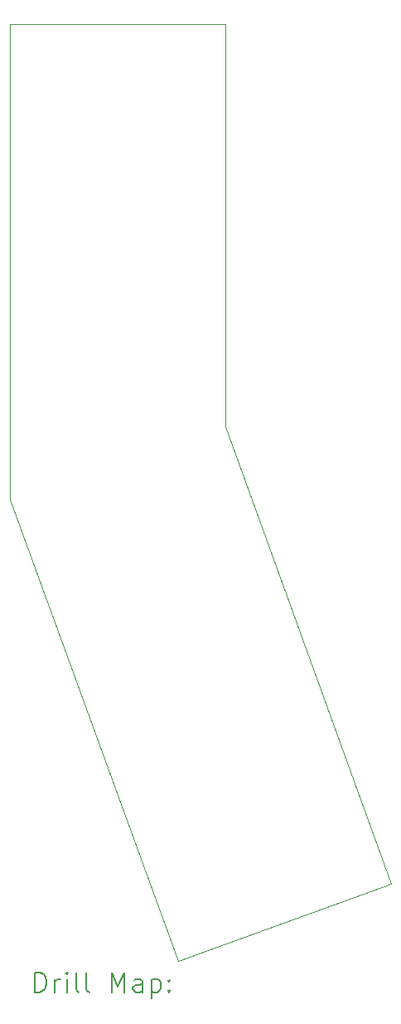
<source format=gbr>
%TF.GenerationSoftware,KiCad,Pcbnew,8.0.3*%
%TF.CreationDate,2024-06-29T10:36:16+02:00*%
%TF.ProjectId,adapter 8913-8910 Angle L,61646170-7465-4722-9038-3931332d3839,1.0a*%
%TF.SameCoordinates,Original*%
%TF.FileFunction,Drillmap*%
%TF.FilePolarity,Positive*%
%FSLAX45Y45*%
G04 Gerber Fmt 4.5, Leading zero omitted, Abs format (unit mm)*
G04 Created by KiCad (PCBNEW 8.0.3) date 2024-06-29 10:36:16*
%MOMM*%
%LPD*%
G01*
G04 APERTURE LIST*
%ADD10C,0.100000*%
%ADD11C,0.200000*%
G04 APERTURE END LIST*
D10*
X10860884Y-2303955D02*
X10860884Y-6404641D01*
X8660884Y-7153955D02*
X8660884Y-2303955D01*
X10380000Y-11860000D02*
X12557500Y-11067797D01*
X10380000Y-11860000D02*
X8660884Y-7153955D01*
X8660884Y-2303955D02*
X10860884Y-2303955D01*
X12557500Y-11067797D02*
X10860884Y-6404641D01*
D11*
X8916661Y-12176484D02*
X8916661Y-11976484D01*
X8916661Y-11976484D02*
X8964280Y-11976484D01*
X8964280Y-11976484D02*
X8992851Y-11986008D01*
X8992851Y-11986008D02*
X9011899Y-12005055D01*
X9011899Y-12005055D02*
X9021423Y-12024103D01*
X9021423Y-12024103D02*
X9030947Y-12062198D01*
X9030947Y-12062198D02*
X9030947Y-12090769D01*
X9030947Y-12090769D02*
X9021423Y-12128865D01*
X9021423Y-12128865D02*
X9011899Y-12147912D01*
X9011899Y-12147912D02*
X8992851Y-12166960D01*
X8992851Y-12166960D02*
X8964280Y-12176484D01*
X8964280Y-12176484D02*
X8916661Y-12176484D01*
X9116661Y-12176484D02*
X9116661Y-12043150D01*
X9116661Y-12081246D02*
X9126185Y-12062198D01*
X9126185Y-12062198D02*
X9135708Y-12052674D01*
X9135708Y-12052674D02*
X9154756Y-12043150D01*
X9154756Y-12043150D02*
X9173804Y-12043150D01*
X9240470Y-12176484D02*
X9240470Y-12043150D01*
X9240470Y-11976484D02*
X9230947Y-11986008D01*
X9230947Y-11986008D02*
X9240470Y-11995531D01*
X9240470Y-11995531D02*
X9249994Y-11986008D01*
X9249994Y-11986008D02*
X9240470Y-11976484D01*
X9240470Y-11976484D02*
X9240470Y-11995531D01*
X9364280Y-12176484D02*
X9345232Y-12166960D01*
X9345232Y-12166960D02*
X9335708Y-12147912D01*
X9335708Y-12147912D02*
X9335708Y-11976484D01*
X9469042Y-12176484D02*
X9449994Y-12166960D01*
X9449994Y-12166960D02*
X9440470Y-12147912D01*
X9440470Y-12147912D02*
X9440470Y-11976484D01*
X9697613Y-12176484D02*
X9697613Y-11976484D01*
X9697613Y-11976484D02*
X9764280Y-12119341D01*
X9764280Y-12119341D02*
X9830947Y-11976484D01*
X9830947Y-11976484D02*
X9830947Y-12176484D01*
X10011899Y-12176484D02*
X10011899Y-12071722D01*
X10011899Y-12071722D02*
X10002375Y-12052674D01*
X10002375Y-12052674D02*
X9983328Y-12043150D01*
X9983328Y-12043150D02*
X9945232Y-12043150D01*
X9945232Y-12043150D02*
X9926185Y-12052674D01*
X10011899Y-12166960D02*
X9992851Y-12176484D01*
X9992851Y-12176484D02*
X9945232Y-12176484D01*
X9945232Y-12176484D02*
X9926185Y-12166960D01*
X9926185Y-12166960D02*
X9916661Y-12147912D01*
X9916661Y-12147912D02*
X9916661Y-12128865D01*
X9916661Y-12128865D02*
X9926185Y-12109817D01*
X9926185Y-12109817D02*
X9945232Y-12100293D01*
X9945232Y-12100293D02*
X9992851Y-12100293D01*
X9992851Y-12100293D02*
X10011899Y-12090769D01*
X10107137Y-12043150D02*
X10107137Y-12243150D01*
X10107137Y-12052674D02*
X10126185Y-12043150D01*
X10126185Y-12043150D02*
X10164280Y-12043150D01*
X10164280Y-12043150D02*
X10183328Y-12052674D01*
X10183328Y-12052674D02*
X10192851Y-12062198D01*
X10192851Y-12062198D02*
X10202375Y-12081246D01*
X10202375Y-12081246D02*
X10202375Y-12138388D01*
X10202375Y-12138388D02*
X10192851Y-12157436D01*
X10192851Y-12157436D02*
X10183328Y-12166960D01*
X10183328Y-12166960D02*
X10164280Y-12176484D01*
X10164280Y-12176484D02*
X10126185Y-12176484D01*
X10126185Y-12176484D02*
X10107137Y-12166960D01*
X10288089Y-12157436D02*
X10297613Y-12166960D01*
X10297613Y-12166960D02*
X10288089Y-12176484D01*
X10288089Y-12176484D02*
X10278566Y-12166960D01*
X10278566Y-12166960D02*
X10288089Y-12157436D01*
X10288089Y-12157436D02*
X10288089Y-12176484D01*
X10288089Y-12052674D02*
X10297613Y-12062198D01*
X10297613Y-12062198D02*
X10288089Y-12071722D01*
X10288089Y-12071722D02*
X10278566Y-12062198D01*
X10278566Y-12062198D02*
X10288089Y-12052674D01*
X10288089Y-12052674D02*
X10288089Y-12071722D01*
M02*

</source>
